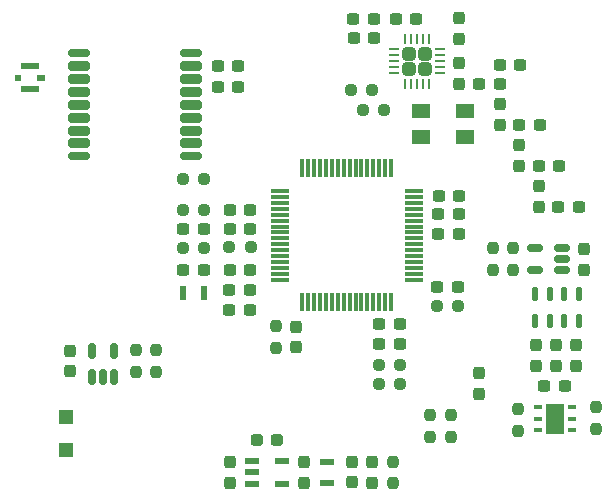
<source format=gbr>
%TF.GenerationSoftware,KiCad,Pcbnew,8.0.3*%
%TF.CreationDate,2024-12-28T18:33:21+01:00*%
%TF.ProjectId,picoballoon,7069636f-6261-46c6-9c6f-6f6e2e6b6963,rev?*%
%TF.SameCoordinates,Original*%
%TF.FileFunction,Paste,Top*%
%TF.FilePolarity,Positive*%
%FSLAX46Y46*%
G04 Gerber Fmt 4.6, Leading zero omitted, Abs format (unit mm)*
G04 Created by KiCad (PCBNEW 8.0.3) date 2024-12-28 18:33:21*
%MOMM*%
%LPD*%
G01*
G04 APERTURE LIST*
G04 Aperture macros list*
%AMRoundRect*
0 Rectangle with rounded corners*
0 $1 Rounding radius*
0 $2 $3 $4 $5 $6 $7 $8 $9 X,Y pos of 4 corners*
0 Add a 4 corners polygon primitive as box body*
4,1,4,$2,$3,$4,$5,$6,$7,$8,$9,$2,$3,0*
0 Add four circle primitives for the rounded corners*
1,1,$1+$1,$2,$3*
1,1,$1+$1,$4,$5*
1,1,$1+$1,$6,$7*
1,1,$1+$1,$8,$9*
0 Add four rect primitives between the rounded corners*
20,1,$1+$1,$2,$3,$4,$5,0*
20,1,$1+$1,$4,$5,$6,$7,0*
20,1,$1+$1,$6,$7,$8,$9,0*
20,1,$1+$1,$8,$9,$2,$3,0*%
G04 Aperture macros list end*
%ADD10RoundRect,0.237500X-0.237500X0.250000X-0.237500X-0.250000X0.237500X-0.250000X0.237500X0.250000X0*%
%ADD11R,1.600000X1.250000*%
%ADD12RoundRect,0.237500X-0.300000X-0.237500X0.300000X-0.237500X0.300000X0.237500X-0.300000X0.237500X0*%
%ADD13RoundRect,0.237500X0.237500X-0.250000X0.237500X0.250000X-0.237500X0.250000X-0.237500X-0.250000X0*%
%ADD14RoundRect,0.237500X0.237500X-0.300000X0.237500X0.300000X-0.237500X0.300000X-0.237500X-0.300000X0*%
%ADD15RoundRect,0.237500X0.300000X0.237500X-0.300000X0.237500X-0.300000X-0.237500X0.300000X-0.237500X0*%
%ADD16RoundRect,0.150000X0.512500X0.150000X-0.512500X0.150000X-0.512500X-0.150000X0.512500X-0.150000X0*%
%ADD17R,1.200000X0.600000*%
%ADD18RoundRect,0.237500X-0.237500X0.300000X-0.237500X-0.300000X0.237500X-0.300000X0.237500X0.300000X0*%
%ADD19RoundRect,0.237500X-0.250000X-0.237500X0.250000X-0.237500X0.250000X0.237500X-0.250000X0.237500X0*%
%ADD20RoundRect,0.237500X0.237500X-0.287500X0.237500X0.287500X-0.237500X0.287500X-0.237500X-0.287500X0*%
%ADD21RoundRect,0.237500X0.250000X0.237500X-0.250000X0.237500X-0.250000X-0.237500X0.250000X-0.237500X0*%
%ADD22RoundRect,0.237500X-0.237500X0.287500X-0.237500X-0.287500X0.237500X-0.287500X0.237500X0.287500X0*%
%ADD23RoundRect,0.237500X-0.287500X-0.237500X0.287500X-0.237500X0.287500X0.237500X-0.287500X0.237500X0*%
%ADD24RoundRect,0.150000X0.150000X-0.512500X0.150000X0.512500X-0.150000X0.512500X-0.150000X-0.512500X0*%
%ADD25R,1.200000X1.200000*%
%ADD26R,0.600000X1.250000*%
%ADD27RoundRect,0.075000X-0.700000X-0.075000X0.700000X-0.075000X0.700000X0.075000X-0.700000X0.075000X0*%
%ADD28RoundRect,0.075000X-0.075000X-0.700000X0.075000X-0.700000X0.075000X0.700000X-0.075000X0.700000X0*%
%ADD29RoundRect,0.125000X0.125000X-0.475000X0.125000X0.475000X-0.125000X0.475000X-0.125000X-0.475000X0*%
%ADD30R,1.250000X0.600000*%
%ADD31RoundRect,0.175000X0.725000X0.175000X-0.725000X0.175000X-0.725000X-0.175000X0.725000X-0.175000X0*%
%ADD32RoundRect,0.200000X0.700000X0.200000X-0.700000X0.200000X-0.700000X-0.200000X0.700000X-0.200000X0*%
%ADD33RoundRect,0.250000X0.315000X0.315000X-0.315000X0.315000X-0.315000X-0.315000X0.315000X-0.315000X0*%
%ADD34RoundRect,0.062500X0.362500X0.062500X-0.362500X0.062500X-0.362500X-0.062500X0.362500X-0.062500X0*%
%ADD35RoundRect,0.062500X0.062500X0.362500X-0.062500X0.362500X-0.062500X-0.362500X0.062500X-0.362500X0*%
%ADD36R,0.800000X0.450000*%
%ADD37R,1.600000X2.500000*%
%ADD38R,0.700000X0.500000*%
%ADD39R,0.550000X0.500000*%
%ADD40R,1.500000X0.500000*%
G04 APERTURE END LIST*
D10*
%TO.C,R6*%
X151480000Y-119297500D03*
X151480000Y-121122500D03*
%TD*%
D11*
%TO.C,Y1*%
X143275000Y-94065000D03*
X146975000Y-96265000D03*
X146975000Y-94065000D03*
X143275000Y-96265000D03*
%TD*%
D12*
%TO.C,C29*%
X148217500Y-91810000D03*
X149942500Y-91810000D03*
%TD*%
D13*
%TO.C,R15*%
X145790000Y-121662500D03*
X145790000Y-119837500D03*
%TD*%
D14*
%TO.C,C37*%
X148210000Y-117992500D03*
X148210000Y-116267500D03*
%TD*%
D15*
%TO.C,C30*%
X151682500Y-90160000D03*
X149957500Y-90160000D03*
%TD*%
D16*
%TO.C,U4*%
X155207500Y-107570000D03*
X155207500Y-106620000D03*
X155207500Y-105670000D03*
X152932500Y-105670000D03*
X152932500Y-107570000D03*
%TD*%
D12*
%TO.C,C7*%
X139767500Y-112140000D03*
X141492500Y-112140000D03*
%TD*%
D17*
%TO.C,PS1*%
X129020000Y-123707500D03*
X129020000Y-124657500D03*
X129020000Y-125607500D03*
X131520000Y-125607500D03*
X131520000Y-123707500D03*
%TD*%
D18*
%TO.C,C21*%
X156390000Y-113895000D03*
X156390000Y-115620000D03*
%TD*%
D14*
%TO.C,C19*%
X157070000Y-107500000D03*
X157070000Y-105775000D03*
%TD*%
D19*
%TO.C,R14*%
X123117500Y-105630000D03*
X124942500Y-105630000D03*
%TD*%
D15*
%TO.C,C28*%
X139302500Y-87890000D03*
X137577500Y-87890000D03*
%TD*%
%TO.C,C31*%
X153332500Y-95260000D03*
X151607500Y-95260000D03*
%TD*%
D18*
%TO.C,C20*%
X154720000Y-113895000D03*
X154720000Y-115620000D03*
%TD*%
D12*
%TO.C,C11*%
X144775000Y-101230000D03*
X146500000Y-101230000D03*
%TD*%
D20*
%TO.C,D3*%
X139170000Y-125552500D03*
X139170000Y-123802500D03*
%TD*%
D21*
%TO.C,R12*%
X128865000Y-105610000D03*
X127040000Y-105610000D03*
%TD*%
D10*
%TO.C,R11*%
X131020000Y-112287500D03*
X131020000Y-114112500D03*
%TD*%
D12*
%TO.C,C25*%
X126077500Y-92010000D03*
X127802500Y-92010000D03*
%TD*%
%TO.C,C24*%
X126077500Y-90220000D03*
X127802500Y-90220000D03*
%TD*%
D22*
%TO.C,L6*%
X149940000Y-93505000D03*
X149940000Y-95255000D03*
%TD*%
D18*
%TO.C,C18*%
X113557500Y-114350000D03*
X113557500Y-116075000D03*
%TD*%
D21*
%TO.C,R19*%
X141532500Y-117190000D03*
X139707500Y-117190000D03*
%TD*%
%TO.C,R13*%
X141522500Y-115540000D03*
X139697500Y-115540000D03*
%TD*%
D15*
%TO.C,C6*%
X128825000Y-104030000D03*
X127100000Y-104030000D03*
%TD*%
D19*
%TO.C,R7*%
X137337500Y-92250000D03*
X139162500Y-92250000D03*
%TD*%
D15*
%TO.C,C26*%
X142872500Y-86260000D03*
X141147500Y-86260000D03*
%TD*%
%TO.C,C17*%
X124892500Y-104040000D03*
X123167500Y-104040000D03*
%TD*%
%TO.C,C32*%
X154992500Y-98730000D03*
X153267500Y-98730000D03*
%TD*%
D12*
%TO.C,C9*%
X144767500Y-102830000D03*
X146492500Y-102830000D03*
%TD*%
D22*
%TO.C,L8*%
X153260000Y-100425000D03*
X153260000Y-102175000D03*
%TD*%
D23*
%TO.C,L1*%
X129375000Y-121917500D03*
X131125000Y-121917500D03*
%TD*%
D19*
%TO.C,R8*%
X138337500Y-93960000D03*
X140162500Y-93960000D03*
%TD*%
D24*
%TO.C,U6*%
X115397500Y-116630000D03*
X116347500Y-116630000D03*
X117297500Y-116630000D03*
X117297500Y-114355000D03*
X115397500Y-114355000D03*
%TD*%
D10*
%TO.C,R16*%
X144070000Y-119837500D03*
X144070000Y-121662500D03*
%TD*%
D12*
%TO.C,C8*%
X139767500Y-113820000D03*
X141492500Y-113820000D03*
%TD*%
D25*
%TO.C,D1*%
X113230000Y-122810000D03*
X113230000Y-120010000D03*
%TD*%
D15*
%TO.C,C27*%
X139300000Y-86260000D03*
X137575000Y-86260000D03*
%TD*%
%TO.C,C15*%
X128800000Y-110880000D03*
X127075000Y-110880000D03*
%TD*%
D12*
%TO.C,C23*%
X153717500Y-117360000D03*
X155442500Y-117360000D03*
%TD*%
D14*
%TO.C,C3*%
X133350000Y-125530000D03*
X133350000Y-123805000D03*
%TD*%
D26*
%TO.C,FB3*%
X123157500Y-109510000D03*
X124957500Y-109510000D03*
%TD*%
D22*
%TO.C,L4*%
X146540000Y-86185000D03*
X146540000Y-87935000D03*
%TD*%
D10*
%TO.C,R9*%
X151050000Y-105687500D03*
X151050000Y-107512500D03*
%TD*%
D12*
%TO.C,C12*%
X123165000Y-107560000D03*
X124890000Y-107560000D03*
%TD*%
D22*
%TO.C,D2*%
X132710000Y-112327500D03*
X132710000Y-114077500D03*
%TD*%
D27*
%TO.C,IC1*%
X131325000Y-100850000D03*
X131325000Y-101350000D03*
X131325000Y-101850000D03*
X131325000Y-102350000D03*
X131325000Y-102850000D03*
X131325000Y-103350000D03*
X131325000Y-103850000D03*
X131325000Y-104350000D03*
X131325000Y-104850000D03*
X131325000Y-105350000D03*
X131325000Y-105850000D03*
X131325000Y-106350000D03*
X131325000Y-106850000D03*
X131325000Y-107350000D03*
X131325000Y-107850000D03*
X131325000Y-108350000D03*
D28*
X133250000Y-110275000D03*
X133750000Y-110275000D03*
X134250000Y-110275000D03*
X134750000Y-110275000D03*
X135250000Y-110275000D03*
X135750000Y-110275000D03*
X136250000Y-110275000D03*
X136750000Y-110275000D03*
X137250000Y-110275000D03*
X137750000Y-110275000D03*
X138250000Y-110275000D03*
X138750000Y-110275000D03*
X139250000Y-110275000D03*
X139750000Y-110275000D03*
X140250000Y-110275000D03*
X140750000Y-110275000D03*
D27*
X142675000Y-108350000D03*
X142675000Y-107850000D03*
X142675000Y-107350000D03*
X142675000Y-106850000D03*
X142675000Y-106350000D03*
X142675000Y-105850000D03*
X142675000Y-105350000D03*
X142675000Y-104850000D03*
X142675000Y-104350000D03*
X142675000Y-103850000D03*
X142675000Y-103350000D03*
X142675000Y-102850000D03*
X142675000Y-102350000D03*
X142675000Y-101850000D03*
X142675000Y-101350000D03*
X142675000Y-100850000D03*
D28*
X140750000Y-98925000D03*
X140250000Y-98925000D03*
X139750000Y-98925000D03*
X139250000Y-98925000D03*
X138750000Y-98925000D03*
X138250000Y-98925000D03*
X137750000Y-98925000D03*
X137250000Y-98925000D03*
X136750000Y-98925000D03*
X136250000Y-98925000D03*
X135750000Y-98925000D03*
X135250000Y-98925000D03*
X134750000Y-98925000D03*
X134250000Y-98925000D03*
X133750000Y-98925000D03*
X133250000Y-98925000D03*
%TD*%
D12*
%TO.C,C10*%
X144767500Y-104460000D03*
X146492500Y-104460000D03*
%TD*%
D29*
%TO.C,U2*%
X152925000Y-111880000D03*
X154175000Y-111880000D03*
X155425000Y-111880000D03*
X156675000Y-111880000D03*
X156675000Y-109580000D03*
X155425000Y-109580000D03*
X154175000Y-109580000D03*
X152925000Y-109580000D03*
%TD*%
D19*
%TO.C,R3*%
X123097500Y-99790000D03*
X124922500Y-99790000D03*
%TD*%
D22*
%TO.C,L5*%
X146550000Y-90025000D03*
X146550000Y-91775000D03*
%TD*%
D30*
%TO.C,FB1*%
X135360000Y-125567500D03*
X135360000Y-123767500D03*
%TD*%
D18*
%TO.C,C2*%
X127160000Y-123805000D03*
X127160000Y-125530000D03*
%TD*%
D15*
%TO.C,C5*%
X128832500Y-102430000D03*
X127107500Y-102430000D03*
%TD*%
D31*
%TO.C,U5*%
X123850000Y-97920000D03*
D32*
X123850000Y-96820000D03*
X123850000Y-95720000D03*
X123850000Y-94620000D03*
X123850000Y-93520000D03*
X123850000Y-92420000D03*
X123850000Y-91320000D03*
X123850000Y-90220000D03*
D31*
X123850000Y-89120000D03*
X114350000Y-89120000D03*
D32*
X114350000Y-90220000D03*
X114350000Y-91320000D03*
X114350000Y-92420000D03*
X114350000Y-93520000D03*
X114350000Y-94620000D03*
X114350000Y-95720000D03*
X114350000Y-96820000D03*
D31*
X114350000Y-97920000D03*
%TD*%
D10*
%TO.C,R1*%
X140900000Y-123755000D03*
X140900000Y-125580000D03*
%TD*%
D33*
%TO.C,U1*%
X143615000Y-90510000D03*
X143615000Y-89210000D03*
X142315000Y-90510000D03*
X142315000Y-89210000D03*
D34*
X144890000Y-90860000D03*
X144890000Y-90360000D03*
X144890000Y-89860000D03*
X144890000Y-89360000D03*
X144890000Y-88860000D03*
D35*
X143965000Y-87935000D03*
X143465000Y-87935000D03*
X142965000Y-87935000D03*
X142465000Y-87935000D03*
X141965000Y-87935000D03*
D34*
X141040000Y-88860000D03*
X141040000Y-89360000D03*
X141040000Y-89860000D03*
X141040000Y-90360000D03*
X141040000Y-90860000D03*
D35*
X141965000Y-91785000D03*
X142465000Y-91785000D03*
X142965000Y-91785000D03*
X143465000Y-91785000D03*
X143965000Y-91785000D03*
%TD*%
D36*
%TO.C,HM1*%
X156080000Y-121110000D03*
X156080000Y-120110000D03*
X156080000Y-119110000D03*
X153180000Y-119110000D03*
X153180000Y-120110000D03*
X153180000Y-121110000D03*
D37*
X154630000Y-120110000D03*
%TD*%
D22*
%TO.C,L7*%
X151610000Y-96985000D03*
X151610000Y-98735000D03*
%TD*%
D10*
%TO.C,R10*%
X149417500Y-105687500D03*
X149417500Y-107512500D03*
%TD*%
D21*
%TO.C,R2*%
X146442500Y-110570000D03*
X144617500Y-110570000D03*
%TD*%
D19*
%TO.C,R4*%
X123117500Y-102430000D03*
X124942500Y-102430000D03*
%TD*%
D15*
%TO.C,C13*%
X128802500Y-107570000D03*
X127077500Y-107570000D03*
%TD*%
%TO.C,C33*%
X156632500Y-102170000D03*
X154907500Y-102170000D03*
%TD*%
%TO.C,C14*%
X128800000Y-109210000D03*
X127075000Y-109210000D03*
%TD*%
D10*
%TO.C,R5*%
X158080000Y-119157500D03*
X158080000Y-120982500D03*
%TD*%
D12*
%TO.C,C16*%
X144667500Y-108940000D03*
X146392500Y-108940000D03*
%TD*%
D18*
%TO.C,C4*%
X137430000Y-123795000D03*
X137430000Y-125520000D03*
%TD*%
%TO.C,C22*%
X153040000Y-113895000D03*
X153040000Y-115620000D03*
%TD*%
D10*
%TO.C,R18*%
X120840000Y-114320000D03*
X120840000Y-116145000D03*
%TD*%
D38*
%TO.C,AE1*%
X111137000Y-91250000D03*
D39*
X109163000Y-91250000D03*
D40*
X110187000Y-92200000D03*
X110187000Y-90300000D03*
%TD*%
D13*
%TO.C,R17*%
X119150000Y-116145000D03*
X119150000Y-114320000D03*
%TD*%
M02*

</source>
